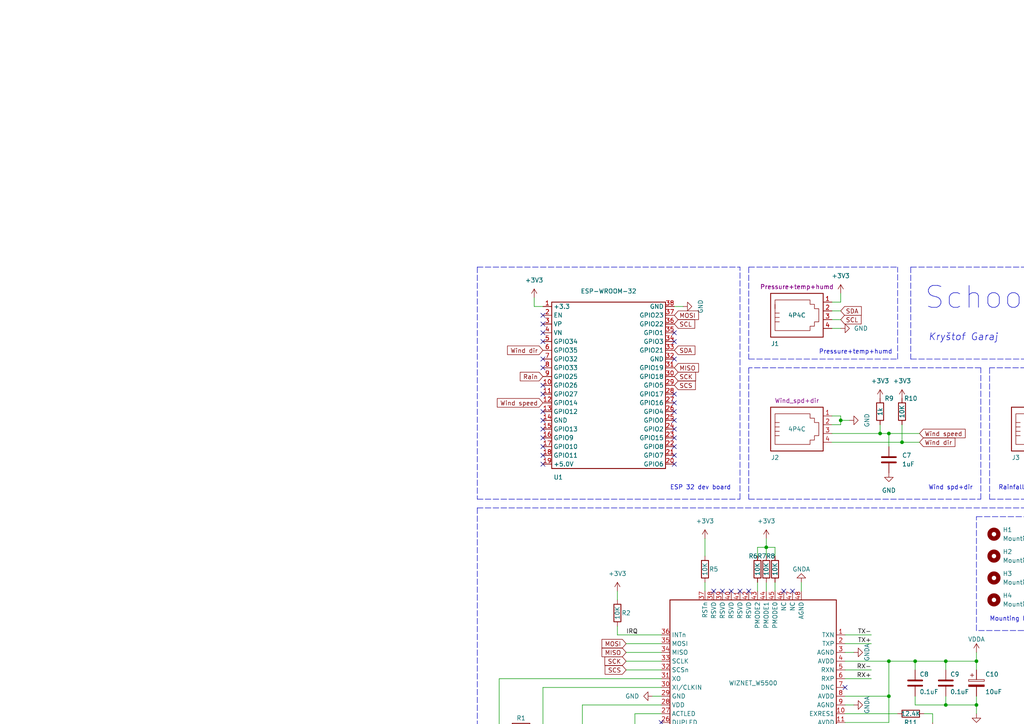
<source format=kicad_sch>
(kicad_sch (version 20211123) (generator eeschema)
  (paper "A4")
  (junction (at 243.84 121.92))
  (junction (at 255.27 125.73))
  (junction (at 144.78 219.71))
  (junction (at 321.31 125.73))
  (junction (at 317.5 234.95))
  (junction (at 157.48 219.71))
  (junction (at 257.81 201.93))
  (junction (at 157.48 247.65))
  (junction (at 261.62 128.27))
  (junction (at 257.81 191.77))
  (junction (at 157.48 210.82))
  (junction (at 349.25 240.03))
  (junction (at 283.21 204.47))
  (junction (at 337.82 171.45))
  (junction (at 317.5 252.73))
  (junction (at 224.79 229.87))
  (junction (at 283.21 191.77))
  (junction (at 274.32 204.47))
  (junction (at 257.81 125.73))
  (junction (at 347.98 191.77))
  (junction (at 367.03 234.95))
  (junction (at 222.25 227.33))
  (junction (at 222.25 158.75))
  (junction (at 144.78 210.82))
  (junction (at 334.01 252.73))
  (junction (at 229.87 229.87))
  (junction (at 328.93 198.12))
  (junction (at 367.03 240.03))
  (junction (at 265.43 191.77))
  (junction (at 168.91 247.65))
  (junction (at 349.25 252.73))
  (junction (at 274.32 191.77))
  (no_connect (at 214.63 171.45))
  (no_connect (at 245.11 199.39))
  (no_connect (at 207.01 171.45))
  (no_connect (at 204.47 224.79))
  (no_connect (at 232.41 224.79))
  (no_connect (at 191.77 209.55))
  (no_connect (at 157.48 124.46))
  (no_connect (at 157.48 127))
  (no_connect (at 157.48 129.54))
  (no_connect (at 157.48 132.08))
  (no_connect (at 157.48 134.62))
  (no_connect (at 157.48 106.68))
  (no_connect (at 157.48 104.14))
  (no_connect (at 157.48 99.06))
  (no_connect (at 157.48 96.52))
  (no_connect (at 195.58 96.52))
  (no_connect (at 195.58 114.3))
  (no_connect (at 195.58 104.14))
  (no_connect (at 195.58 99.06))
  (no_connect (at 195.58 132.08))
  (no_connect (at 195.58 129.54))
  (no_connect (at 195.58 127))
  (no_connect (at 195.58 121.92))
  (no_connect (at 195.58 119.38))
  (no_connect (at 195.58 116.84))
  (no_connect (at 195.58 134.62))
  (no_connect (at 157.48 111.76))
  (no_connect (at 157.48 114.3))
  (no_connect (at 157.48 91.44))
  (no_connect (at 157.48 93.98))
  (no_connect (at 157.48 119.38))
  (no_connect (at 157.48 121.92))
  (no_connect (at 195.58 124.46))
  (no_connect (at 245.11 212.09))
  (no_connect (at 321.31 240.03))
  (no_connect (at 350.52 187.96))
  (no_connect (at 350.52 176.53))
  (no_connect (at 229.87 171.45))
  (no_connect (at 212.09 171.45))
  (no_connect (at 209.55 171.45))
  (no_connect (at 219.71 224.79))
  (no_connect (at 217.17 171.45))
  (no_connect (at 311.15 128.27))
  (no_connect (at 311.15 120.65))
  (no_connect (at 227.33 171.45))
  (wire (pts (xy 241.3 120.65) (xy 243.84 120.65)))
  (wire (pts (xy 257.81 201.93) (xy 245.11 201.93)))
  (wire (pts (xy 184.15 207.01) (xy 191.77 207.01)))
  (wire (pts (xy 274.32 191.77) (xy 274.32 194.31)))
  (wire (pts (xy 147.32 219.71) (xy 144.78 219.71)))
  (wire (pts (xy 241.3 95.25) (xy 243.84 95.25)))
  (wire (pts (xy 334.01 245.11) (xy 334.01 252.73)))
  (wire (pts (xy 337.82 200.66) (xy 350.52 200.66)))
  (wire (pts (xy 283.21 204.47) (xy 283.21 207.01)))
  (wire (pts (xy 328.93 198.12) (xy 328.93 200.66)))
  (wire (pts (xy 367.03 232.41) (xy 367.03 234.95)))
  (wire (pts (xy 328.93 182.88) (xy 328.93 198.12)))
  (wire (pts (xy 222.25 156.21) (xy 222.25 158.75)))
  (wire (pts (xy 241.3 87.63) (xy 243.84 87.63)))
  (wire (pts (xy 283.21 204.47) (xy 274.32 204.47)))
  (wire (pts (xy 144.78 219.71) (xy 144.78 224.79)))
  (wire (pts (xy 184.15 222.25) (xy 184.15 237.49)))
  (polyline (pts (xy 311.15 147.32) (xy 311.15 218.44)))
  (polyline (pts (xy 217.17 77.47) (xy 260.35 77.47)))
  (wire (pts (xy 255.27 125.73) (xy 257.81 125.73)))
  (wire (pts (xy 181.61 194.31) (xy 191.77 194.31)))
  (wire (pts (xy 232.41 168.91) (xy 232.41 171.45)))
  (wire (pts (xy 332.74 195.58) (xy 332.74 198.12)))
  (wire (pts (xy 229.87 224.79) (xy 229.87 229.87)))
  (wire (pts (xy 345.44 191.77) (xy 347.98 191.77)))
  (polyline (pts (xy 311.15 220.98) (xy 311.15 265.43)))
  (wire (pts (xy 346.71 234.95) (xy 367.03 234.95)))
  (wire (pts (xy 157.48 232.41) (xy 157.48 234.95)))
  (wire (pts (xy 287.02 226.06) (xy 287.02 231.14)))
  (wire (pts (xy 154.94 210.82) (xy 157.48 210.82)))
  (wire (pts (xy 227.33 224.79) (xy 227.33 227.33)))
  (polyline (pts (xy 217.17 144.78) (xy 284.48 144.78)))
  (wire (pts (xy 367.03 240.03) (xy 367.03 234.95)))
  (wire (pts (xy 287.02 231.14) (xy 289.56 231.14)))
  (wire (pts (xy 350.52 168.91) (xy 331.47 168.91)))
  (wire (pts (xy 367.03 240.03) (xy 367.03 242.57)))
  (wire (pts (xy 241.3 92.71) (xy 243.84 92.71)))
  (wire (pts (xy 311.15 123.19) (xy 313.69 123.19)))
  (wire (pts (xy 219.71 158.75) (xy 219.71 161.29)))
  (wire (pts (xy 222.25 224.79) (xy 222.25 227.33)))
  (wire (pts (xy 241.3 123.19) (xy 243.84 123.19)))
  (wire (pts (xy 195.58 88.9) (xy 198.12 88.9)))
  (wire (pts (xy 321.31 125.73) (xy 321.31 128.27)))
  (wire (pts (xy 274.32 191.77) (xy 283.21 191.77)))
  (wire (pts (xy 283.21 189.23) (xy 283.21 191.77)))
  (wire (pts (xy 317.5 252.73) (xy 317.5 255.27)))
  (wire (pts (xy 335.28 180.34) (xy 350.52 180.34)))
  (polyline (pts (xy 281.94 217.17) (xy 304.8 217.17)))
  (wire (pts (xy 168.91 257.81) (xy 168.91 260.35)))
  (wire (pts (xy 229.87 229.87) (xy 229.87 232.41)))
  (polyline (pts (xy 214.63 144.78) (xy 214.63 77.47)))
  (wire (pts (xy 168.91 204.47) (xy 191.77 204.47)))
  (wire (pts (xy 325.12 173.99) (xy 325.12 166.37)))
  (wire (pts (xy 349.25 125.73) (xy 346.71 125.73)))
  (wire (pts (xy 217.17 224.79) (xy 217.17 229.87)))
  (polyline (pts (xy 283.21 149.86) (xy 306.07 149.86)))
  (polyline (pts (xy 372.11 104.14) (xy 372.11 77.47)))
  (wire (pts (xy 317.5 250.19) (xy 317.5 252.73)))
  (wire (pts (xy 255.27 123.19) (xy 255.27 125.73)))
  (wire (pts (xy 327.66 180.34) (xy 325.12 180.34)))
  (wire (pts (xy 261.62 128.27) (xy 266.7 128.27)))
  (wire (pts (xy 243.84 121.92) (xy 246.38 121.92)))
  (wire (pts (xy 218.44 232.41) (xy 218.44 237.49)))
  (wire (pts (xy 349.25 252.73) (xy 367.03 252.73)))
  (wire (pts (xy 265.43 194.31) (xy 265.43 191.77)))
  (wire (pts (xy 241.3 128.27) (xy 261.62 128.27)))
  (wire (pts (xy 181.61 189.23) (xy 191.77 189.23)))
  (polyline (pts (xy 339.09 106.68) (xy 373.38 106.68)))
  (wire (pts (xy 337.82 171.45) (xy 337.82 166.37)))
  (wire (pts (xy 265.43 204.47) (xy 265.43 201.93)))
  (polyline (pts (xy 217.17 104.14) (xy 260.35 104.14)))
  (wire (pts (xy 325.12 156.21) (xy 325.12 158.75)))
  (wire (pts (xy 245.11 207.01) (xy 260.35 207.01)))
  (wire (pts (xy 342.9 185.42) (xy 350.52 185.42)))
  (wire (pts (xy 144.78 196.85) (xy 144.78 210.82)))
  (wire (pts (xy 346.71 120.65) (xy 346.71 123.19)))
  (wire (pts (xy 179.07 171.45) (xy 179.07 173.99)))
  (wire (pts (xy 209.55 224.79) (xy 209.55 237.49)))
  (polyline (pts (xy 281.94 257.81) (xy 281.94 217.17)))
  (wire (pts (xy 299.72 231.14) (xy 297.18 231.14)))
  (wire (pts (xy 346.71 125.73) (xy 346.71 128.27)))
  (wire (pts (xy 144.78 210.82) (xy 144.78 219.71)))
  (wire (pts (xy 265.43 191.77) (xy 274.32 191.77)))
  (polyline (pts (xy 264.16 77.47) (xy 264.16 104.14)))
  (wire (pts (xy 347.98 165.1) (xy 350.52 165.1)))
  (wire (pts (xy 224.79 168.91) (xy 224.79 171.45)))
  (wire (pts (xy 224.79 161.29) (xy 224.79 158.75)))
  (polyline (pts (xy 311.15 218.44) (xy 373.38 218.44)))
  (wire (pts (xy 154.94 219.71) (xy 157.48 219.71)))
  (wire (pts (xy 317.5 173.99) (xy 317.5 171.45)))
  (wire (pts (xy 204.47 168.91) (xy 204.47 171.45)))
  (wire (pts (xy 245.11 189.23) (xy 247.65 189.23)))
  (polyline (pts (xy 308.61 265.43) (xy 308.61 147.32)))
  (wire (pts (xy 189.23 212.09) (xy 189.23 214.63)))
  (polyline (pts (xy 373.38 220.98) (xy 373.38 265.43)))
  (wire (pts (xy 283.21 201.93) (xy 283.21 204.47)))
  (polyline (pts (xy 283.21 182.88) (xy 283.21 149.86)))
  (wire (pts (xy 209.55 245.11) (xy 209.55 247.65)))
  (polyline (pts (xy 287.02 106.68) (xy 287.02 144.78)))
  (wire (pts (xy 328.93 198.12) (xy 325.12 198.12)))
  (wire (pts (xy 157.48 257.81) (xy 157.48 260.35)))
  (wire (pts (xy 222.25 168.91) (xy 222.25 171.45)))
  (wire (pts (xy 347.98 198.12) (xy 350.52 198.12)))
  (polyline (pts (xy 306.07 182.88) (xy 283.21 182.88)))
  (wire (pts (xy 157.48 247.65) (xy 157.48 250.19)))
  (polyline (pts (xy 138.43 77.47) (xy 214.63 77.47)))
  (wire (pts (xy 224.79 224.79) (xy 224.79 229.87)))
  (wire (pts (xy 349.25 240.03) (xy 354.33 240.03)))
  (wire (pts (xy 245.11 204.47) (xy 247.65 204.47)))
  (wire (pts (xy 274.32 201.93) (xy 274.32 204.47)))
  (polyline (pts (xy 138.43 265.43) (xy 308.61 265.43)))
  (wire (pts (xy 349.25 252.73) (xy 349.25 250.19)))
  (polyline (pts (xy 260.35 104.14) (xy 260.35 77.47)))
  (wire (pts (xy 227.33 227.33) (xy 222.25 227.33)))
  (wire (pts (xy 212.09 224.79) (xy 212.09 227.33)))
  (polyline (pts (xy 304.8 217.17) (xy 304.8 257.81)))
  (wire (pts (xy 154.94 86.36) (xy 154.94 88.9)))
  (wire (pts (xy 157.48 210.82) (xy 157.48 219.71)))
  (wire (pts (xy 222.25 227.33) (xy 222.25 232.41)))
  (polyline (pts (xy 138.43 77.47) (xy 138.43 144.78)))
  (wire (pts (xy 328.93 208.28) (xy 328.93 210.82)))
  (wire (pts (xy 144.78 210.82) (xy 147.32 210.82)))
  (wire (pts (xy 331.47 168.91) (xy 331.47 166.37)))
  (wire (pts (xy 168.91 204.47) (xy 168.91 247.65)))
  (wire (pts (xy 299.72 241.3) (xy 297.18 241.3)))
  (wire (pts (xy 207.01 224.79) (xy 207.01 227.33)))
  (wire (pts (xy 245.11 209.55) (xy 257.81 209.55)))
  (wire (pts (xy 321.31 125.73) (xy 325.12 125.73)))
  (polyline (pts (xy 284.48 144.78) (xy 284.48 106.68)))
  (wire (pts (xy 222.25 227.33) (xy 212.09 227.33)))
  (wire (pts (xy 243.84 121.92) (xy 243.84 123.19)))
  (wire (pts (xy 270.51 207.01) (xy 270.51 209.55)))
  (polyline (pts (xy 311.15 220.98) (xy 373.38 220.98)))
  (polyline (pts (xy 336.55 106.68) (xy 287.02 106.68)))
  (wire (pts (xy 181.61 186.69) (xy 191.77 186.69)))
  (wire (pts (xy 321.31 123.19) (xy 321.31 125.73)))
  (wire (pts (xy 179.07 181.61) (xy 179.07 184.15)))
  (wire (pts (xy 350.52 173.99) (xy 325.12 173.99)))
  (wire (pts (xy 245.11 186.69) (xy 252.73 186.69)))
  (wire (pts (xy 144.78 232.41) (xy 144.78 234.95)))
  (wire (pts (xy 337.82 156.21) (xy 337.82 158.75)))
  (wire (pts (xy 157.48 210.82) (xy 157.48 199.39)))
  (wire (pts (xy 332.74 185.42) (xy 335.28 185.42)))
  (wire (pts (xy 189.23 201.93) (xy 191.77 201.93)))
  (wire (pts (xy 317.5 234.95) (xy 317.5 242.57)))
  (wire (pts (xy 241.3 90.17) (xy 243.84 90.17)))
  (wire (pts (xy 257.81 209.55) (xy 257.81 201.93)))
  (polyline (pts (xy 284.48 106.68) (xy 217.17 106.68)))
  (wire (pts (xy 243.84 120.65) (xy 243.84 121.92)))
  (polyline (pts (xy 138.43 144.78) (xy 214.63 144.78)))
  (wire (pts (xy 299.72 226.06) (xy 299.72 231.14)))
  (wire (pts (xy 311.15 125.73) (xy 321.31 125.73)))
  (wire (pts (xy 347.98 156.21) (xy 347.98 162.56)))
  (wire (pts (xy 241.3 125.73) (xy 255.27 125.73)))
  (wire (pts (xy 337.82 194.31) (xy 350.52 194.31)))
  (wire (pts (xy 245.11 194.31) (xy 252.73 194.31)))
  (polyline (pts (xy 217.17 77.47) (xy 217.17 104.14)))
  (wire (pts (xy 222.25 158.75) (xy 222.25 161.29)))
  (wire (pts (xy 349.25 240.03) (xy 349.25 242.57)))
  (wire (pts (xy 317.5 171.45) (xy 337.82 171.45)))
  (polyline (pts (xy 373.38 265.43) (xy 311.15 265.43)))
  (wire (pts (xy 214.63 232.41) (xy 218.44 232.41)))
  (wire (pts (xy 204.47 156.21) (xy 204.47 161.29)))
  (wire (pts (xy 299.72 246.38) (xy 299.72 241.3)))
  (wire (pts (xy 267.97 207.01) (xy 270.51 207.01)))
  (wire (pts (xy 224.79 229.87) (xy 229.87 229.87)))
  (polyline (pts (xy 339.09 144.78) (xy 373.38 144.78)))
  (wire (pts (xy 349.25 123.19) (xy 346.71 123.19)))
  (wire (pts (xy 157.48 245.11) (xy 157.48 247.65)))
  (wire (pts (xy 245.11 196.85) (xy 252.73 196.85)))
  (wire (pts (xy 245.11 191.77) (xy 257.81 191.77)))
  (wire (pts (xy 332.74 198.12) (xy 328.93 198.12)))
  (wire (pts (xy 274.32 204.47) (xy 265.43 204.47)))
  (wire (pts (xy 325.12 198.12) (xy 325.12 195.58)))
  (wire (pts (xy 179.07 184.15) (xy 191.77 184.15)))
  (polyline (pts (xy 304.8 257.81) (xy 281.94 257.81)))
  (wire (pts (xy 168.91 250.19) (xy 168.91 247.65)))
  (wire (pts (xy 181.61 191.77) (xy 191.77 191.77)))
  (wire (pts (xy 257.81 191.77) (xy 265.43 191.77)))
  (wire (pts (xy 189.23 222.25) (xy 189.23 237.49)))
  (wire (pts (xy 222.25 158.75) (xy 224.79 158.75)))
  (polyline (pts (xy 336.55 144.78) (xy 336.55 106.68)))
  (wire (pts (xy 347.98 162.56) (xy 350.52 162.56)))
  (wire (pts (xy 317.5 181.61) (xy 317.5 184.15)))
  (polyline (pts (xy 264.16 77.47) (xy 372.11 77.47)))
  (wire (pts (xy 283.21 191.77) (xy 283.21 194.31)))
  (wire (pts (xy 367.03 250.19) (xy 367.03 252.73)))
  (wire (pts (xy 154.94 88.9) (xy 157.48 88.9)))
  (wire (pts (xy 144.78 196.85) (xy 191.77 196.85)))
  (wire (pts (xy 217.17 229.87) (xy 224.79 229.87)))
  (wire (pts (xy 289.56 241.3) (xy 287.02 241.3)))
  (wire (pts (xy 317.5 252.73) (xy 334.01 252.73)))
  (polyline (pts (xy 339.09 106.68) (xy 339.09 144.78)))
  (polyline (pts (xy 373.38 218.44) (xy 373.38 147.32)))
  (wire (pts (xy 218.44 245.11) (xy 218.44 247.65)))
  (wire (pts (xy 347.98 191.77) (xy 347.98 198.12)))
  (wire (pts (xy 157.48 247.65) (xy 168.91 247.65)))
  (polyline (pts (xy 264.16 104.14) (xy 372.11 104.14)))
  (wire (pts (xy 331.47 156.21) (xy 331.47 158.75)))
  (wire (pts (xy 243.84 85.09) (xy 243.84 87.63)))
  (wire (pts (xy 346.71 240.03) (xy 349.25 240.03)))
  (polyline (pts (xy 217.17 106.68) (xy 217.17 144.78)))
  (wire (pts (xy 317.5 232.41) (xy 317.5 234.95)))
  (wire (pts (xy 257.81 125.73) (xy 257.81 129.54)))
  (wire (pts (xy 361.95 240.03) (xy 367.03 240.03)))
  (wire (pts (xy 184.15 207.01) (xy 184.15 214.63)))
  (wire (pts (xy 325.12 180.34) (xy 325.12 187.96)))
  (wire (pts (xy 321.31 234.95) (xy 317.5 234.95)))
  (wire (pts (xy 214.63 224.79) (xy 214.63 232.41)))
  (wire (pts (xy 189.23 212.09) (xy 191.77 212.09)))
  (wire (pts (xy 334.01 252.73) (xy 349.25 252.73)))
  (wire (pts (xy 261.62 123.19) (xy 261.62 128.27)))
  (polyline (pts (xy 306.07 149.86) (xy 306.07 182.88)))
  (wire (pts (xy 219.71 168.91) (xy 219.71 171.45)))
  (wire (pts (xy 245.11 184.15) (xy 252.73 184.15)))
  (wire (pts (xy 157.48 199.39) (xy 191.77 199.39)))
  (wire (pts (xy 287.02 241.3) (xy 287.02 246.38)))
  (wire (pts (xy 350.52 191.77) (xy 347.98 191.77)))
  (polyline (pts (xy 287.02 144.78) (xy 336.55 144.78)))
  (wire (pts (xy 332.74 185.42) (xy 332.74 187.96)))
  (polyline (pts (xy 138.43 147.32) (xy 308.61 147.32)))
  (polyline (pts (xy 311.15 147.32) (xy 373.38 147.32)))
  (polyline (pts (xy 373.38 144.78) (xy 373.38 106.68)))
  (wire (pts (xy 257.81 125.73) (xy 266.7 125.73)))
  (wire (pts (xy 350.52 182.88) (xy 328.93 182.88)))
  (wire (pts (xy 257.81 191.77) (xy 257.81 201.93)))
  (wire (pts (xy 219.71 158.75) (xy 222.25 158.75)))
  (polyline (pts (xy 138.43 147.32) (xy 138.43 265.43)))
  (wire (pts (xy 157.48 219.71) (xy 157.48 224.79)))
  (wire (pts (xy 350.52 171.45) (xy 337.82 171.45)))
  (text "8P8C ethernet connector \\w PoE" (at 339.09 215.9 0) (effects (font (size 1.27 1.27)) (justify left bottom)))
  (text "Kryštof Garaj" (at 269.24 99.06 0) (effects (font (size 2.032 2.032) italic) (justify left bottom)))
  (text "Wind spd+dir" (at 269.24 142.24 0) (effects (font (size 1.27 1.27)) (justify left bottom)))
  (text "Pressure+temp+humd" (at 237.49 102.87 0) (effects (font (size 1.27 1.27)) (justify left bottom)))
  (text "Power supply" (at 356.87 142.24 0) (effects (font (size 1.27 1.27)) (justify left bottom)))
  (text "Ferrite bead filter" (at 284.48 255.27 0) (effects (font (size 1.27 1.27)) (justify left bottom)))
  (text "Mounting holes" (at 287.02 180.34 0) (effects (font (size 1.27 1.27)) (justify left bottom)))
  (text "Ethernet controller W5500" (at 280.67 262.89 0) (effects (font (size 1.27 1.27)) (justify left bottom)))
  (text "Rainfall" (at 289.56 142.24 0) (effects (font (size 1.27 1.27)) (justify left bottom)))
  (text "Switching voltage regulator" (at 344.17 262.89 0) (effects (font (size 1.27 1.27)) (justify left bottom)))
  (text "School meteostation" (at 267.97 90.17 0) (effects (font (size 6.35 6.35)) (justify left bottom)))
  (text "ESP 32 dev board" (at 194.31 142.24 0) (effects (font (size 1.27 1.27)) (justify left bottom)))
  (text "20.7.2022" (at 349.25 99.06 0) (effects (font (size 2.032 2.032) italic) (justify left bottom)))
  (label "GREENLED" (at 337.82 194.31 0))
  (label "TX-" (at 340.36 173.99 0))
  (label "TX+" (at 340.36 168.91 0))
  (label "TX-" (at 252.73 184.15 180))
  (label "RX-" (at 332.74 185.42 0))
  (label "RX+" (at 325.12 180.34 0))
  (label "IRQ" (at 181.61 184.15 0))
  (label "RX+" (at 252.73 196.85 180))
  (label "YELLOWLED" (at 184.15 237.49 90))
  (label "GREENLED" (at 189.23 237.49 90))
  (label "TX+" (at 252.73 186.69 180))
  (label "YELLOWLED" (at 337.82 200.66 0))
  (label "RX-" (at 252.73 194.31 180))
  (global_label "MOSI" (shape input) (at 181.61 186.69 180) (property "Intersheet References" "${INTERSHEET_REFS}" (effects hide)))
  (global_label "MOSI" (shape input) (at 195.58 91.44 0) (property "Intersheet References" "${INTERSHEET_REFS}" (effects hide)))
  (global_label "SDA" (shape input) (at 243.84 90.17 0) (property "Intersheet References" "${INTERSHEET_REFS}" (effects hide)))
  (global_label "Rain" (shape input) (at 325.12 125.73 0) (property "Intersheet References" "${INTERSHEET_REFS}" (effects hide)))
  (global_label "SCK" (shape input) (at 195.58 109.22 0) (property "Intersheet References" "${INTERSHEET_REFS}" (effects hide)))
  (global_label "Wind dir" (shape input) (at 266.7 128.27 0) (property "Intersheet References" "${INTERSHEET_REFS}" (effects hide)))
  (global_label "SDA" (shape input) (at 195.58 101.6 0) (property "Intersheet References" "${INTERSHEET_REFS}" (effects hide)))
  (global_label "Wind dir" (shape input) (at 157.48 101.6 180) (property "Intersheet References" "${INTERSHEET_REFS}" (effects hide)))
  (global_label "SCK" (shape input) (at 181.61 191.77 180) (property "Intersheet References" "${INTERSHEET_REFS}" (effects hide)))
  (global_label "Wind speed" (shape input) (at 157.48 116.84 180) (property "Intersheet References" "${INTERSHEET_REFS}" (effects hide)))
  (global_label "SCL" (shape input) (at 195.58 93.98 0) (property "Intersheet References" "${INTERSHEET_REFS}" (effects hide)))
  (global_label "MISO" (shape input) (at 195.58 106.68 0) (property "Intersheet References" "${INTERSHEET_REFS}" (effects hide)))
  (global_label "SCL" (shape input) (at 243.84 92.71 0) (property "Intersheet References" "${INTERSHEET_REFS}" (effects hide)))
  (global_label "Rain" (shape input) (at 157.48 109.22 180) (property "Intersheet References" "${INTERSHEET_REFS}" (effects hide)))
  (global_label "SCS" (shape input) (at 181.61 194.31 180) (property "Intersheet References" "${INTERSHEET_REFS}" (effects hide)))
  (global_label "Wind speed" (shape input) (at 266.7 125.73 0) (property "Intersheet References" "${INTERSHEET_REFS}" (effects hide)))
  (global_label "SCS" (shape input) (at 195.58 111.76 0) (property "Intersheet References" "${INTERSHEET_REFS}" (effects hide)))
  (global_label "MISO" (shape input) (at 181.61 189.23 180) (property "Intersheet References" "${INTERSHEET_REFS}" (effects hide)))
  (symbol (lib_id "Device:FerriteBead") (at 293.37 231.14 90) (unit 1)
    (property "Reference" "FB1" (at 293.37 227.33 90))
    (property "Value" "FerriteBead" (at 293.37 234.95 90))
    (property "Footprint" "School_meteo:Ferrite_bead_0805" (effects hide))
    (property "Name" "BLM21PG121SH1D" (effects hide))
  )
  (symbol (lib_id "Device:R") (at 321.31 119.38 0) (unit 1)
    (property "Reference" "R12" (at 322.58 115.57 0) (effects (justify left)))
    (property "Value" "1k" (at 321.31 120.65 90) (effects (justify left)))
    (property "Footprint" "Resistor_THT:R_Axial_DIN0204_L3.6mm_D1.6mm_P5.08mm_Horizontal" (effects hide))
    (property "Name" "CFS1/4CT52R102J" (effects hide))
  )
  (symbol (lib_id "Device:C") (at 157.48 228.6 0) (unit 1)
    (property "Reference" "C2" (at 161.29 227.3299 0) (effects (justify left)))
    (property "Value" "18pF" (at 161.29 229.8699 0) (effects (justify left)))
    (property "Footprint" "Capacitor_THT:C_Rect_L4.6mm_W3.0mm_P2.50mm_MKS02_FKP02" (effects hide))
    (property "Name" "K180J15C0GF53L2" (effects hide))
  )
  (symbol (lib_id "power:GND") (at 207.01 227.33 0) (unit 1)
    (property "Reference" "#PWR011" (effects hide))
    (property "Value" "GND" (at 201.93 229.87 0) (effects (justify left)))
  )
  (symbol (lib_id "Mechanical:MountingHole") (at 288.29 154.94 0) (unit 1)
    (property "Reference" "H1" (at 290.83 153.6699 0) (effects (justify left)))
    (property "Value" "MountingHole" (at 290.83 156.2099 0) (effects (justify left)))
    (property "Footprint" "MountingHole:MountingHole_3.2mm_M3_DIN965_Pad" (effects hide))
  )
  (symbol (lib_id "power:GND") (at 257.81 137.16 0) (unit 1)
    (property "Reference" "#PWR024" (effects hide))
    (property "Value" "GND" (at 257.81 142.24 0))
  )
  (symbol (lib_id "Interface_Ethernet:WIZNET_W5500") (at 218.44 198.12 0) (unit 1)
    (property "Reference" "U2" (at 196.85 224.79 0))
    (property "Value" "WIZNET_W5500" (at 218.44 198.12 0))
    (property "Footprint" "Package_QFP:LQFP-48_7x7mm_P0.5mm" (effects hide))
    (property "Datasheet" "https://cz.mouser.com/datasheet/2/443/Wiznet_W5500_DS_1%200%205-1212109.pdf" (effects hide))
  )
  (symbol (lib_id "Mechanical:MountingHole") (at 288.29 173.99 0) (unit 1)
    (property "Reference" "H4" (at 290.83 172.7199 0) (effects (justify left)))
    (property "Value" "MountingHole" (at 290.83 175.2599 0) (effects (justify left)))
    (property "Footprint" "MountingHole:MountingHole_3.2mm_M3_DIN965_Pad" (effects hide))
  )
  (symbol (lib_id "Device:C") (at 339.09 185.42 90) (unit 1)
    (property "Reference" "C16" (at 342.9 184.15 90))
    (property "Value" "6.8nF" (at 344.17 186.69 90))
    (property "Footprint" "Capacitor_THT:C_Rect_L4.6mm_W3.0mm_P2.50mm_MKS02_FKP02" (effects hide))
    (property "Name" "FG18X7R1H682KNT00" (effects hide))
  )
  (symbol (lib_id "Device:R") (at 189.23 218.44 180) (unit 1)
    (property "Reference" "R4" (at 186.69 218.44 0))
    (property "Value" "470" (at 189.23 218.44 90))
    (property "Footprint" "Resistor_THT:R_Axial_DIN0204_L3.6mm_D1.6mm_P5.08mm_Horizontal" (effects hide))
    (property "Name" "CFS1/4CT52R471J" (effects hide))
  )
  (symbol (lib_id "power:GND") (at 168.91 260.35 0) (unit 1)
    (property "Reference" "#PWR06" (effects hide))
    (property "Value" "GND" (at 171.45 261.6199 0) (effects (justify left)))
  )
  (symbol (lib_id "Device:C") (at 321.31 132.08 0) (unit 1)
    (property "Reference" "C11" (at 325.12 130.8099 0) (effects (justify left)))
    (property "Value" "1uF" (at 325.12 133.3499 0) (effects (justify left)))
    (property "Footprint" "Capacitor_THT:C_Rect_L4.6mm_W3.8mm_P2.50mm_MKS02_FKP02" (effects hide))
    (property "Name" "FG18X7R1E105KRT00" (effects hide))
  )
  (symbol (lib_id "power:+3.3V") (at 345.44 191.77 0) (unit 1)
    (property "Reference" "#PWR044" (effects hide))
    (property "Value" "+3.3V" (at 341.63 190.5 0))
  )
  (symbol (lib_id "Device:L") (at 358.14 240.03 90) (unit 1)
    (property "Reference" "L1" (at 358.14 237.49 90))
    (property "Value" "47uH" (at 358.14 242.57 90))
    (property "Footprint" "Inductor_SMD:L_12x12mm_H8mm" (effects hide))
    (property "Name" "7447709470" (effects hide))
  )
  (symbol (lib_name "4P4C_1") (lib_id "School_meteo:4P4C") (at 300.99 124.46 0) (unit 1)
    (property "Reference" "J3" (at 294.64 132.715 0))
    (property "Value" "4P4C" (at 300.99 124.46 0))
    (property "Footprint" "School_meteo:4P4C" (effects hide))
    (property "Name" "Rainfall" (at 300.99 116.205 0))
  )
  (symbol (lib_id "Device:R") (at 222.25 165.1 180) (unit 1)
    (property "Reference" "R7" (at 220.98 161.29 0))
    (property "Value" "10K" (at 222.25 165.1 90))
    (property "Footprint" "Resistor_THT:R_Axial_DIN0204_L3.6mm_D1.6mm_P5.08mm_Horizontal" (effects hide))
    (property "Name" "CFS1/4CT52R103J" (effects hide))
  )
  (symbol (lib_id "power:GNDA") (at 229.87 232.41 0) (unit 1)
    (property "Reference" "#PWR016" (effects hide))
    (property "Value" "GNDA" (at 229.87 236.22 0))
  )
  (symbol (lib_id "Device:FerriteBead") (at 293.37 241.3 90) (unit 1)
    (property "Reference" "FB2" (at 293.37 237.49 90))
    (property "Value" "FerriteBead" (at 293.37 245.11 90))
    (property "Footprint" "School_meteo:Ferrite_bead_0805" (effects hide))
    (property "Name" "BLM21PG121SH1D" (effects hide))
  )
  (symbol (lib_id "Device:C_Polarized") (at 283.21 198.12 0) (unit 1)
    (property "Reference" "C10" (at 285.75 195.58 0) (effects (justify left)))
    (property "Value" "10uF" (at 285.75 200.66 0) (effects (justify left)))
    (property "Footprint" "Capacitor_THT:CP_Radial_D5.0mm_P2.00mm" (effects hide))
    (property "Name" "ESS106M025AB2AA" (effects hide))
  )
  (symbol (lib_id "power:GND") (at 313.69 123.19 90) (unit 1)
    (property "Reference" "#PWR032" (effects hide))
    (property "Value" "GND" (at 317.5 123.19 0))
  )
  (symbol (lib_id "Regulator_Switching:LM2592HVSX-3.3") (at 334.01 237.49 0) (unit 1)
    (property "Reference" "U3" (at 334.01 227.33 0))
    (property "Value" "LM2592HVSX-3.3" (at 334.01 229.87 0))
    (property "Footprint" "Package_TO_SOT_SMD:TO-263-5_TabPin3" (effects hide))
    (property "Datasheet" "https://www.ti.com/general/docs/suppproductinfo.tsp?distId=26&gotoUrl=https://www.ti.com/lit/gpn/lm2592hv" (effects hide))
  )
  (symbol (lib_id "power:+3.3V") (at 261.62 115.57 0) (unit 1)
    (property "Reference" "#PWR025" (effects hide))
    (property "Value" "+3.3V" (at 261.62 110.49 0))
  )
  (symbol (lib_id "power:GND") (at 189.23 201.93 270) (unit 1)
    (property "Reference" "#PWR08" (effects hide))
    (property "Value" "GND" (at 185.42 201.9299 90) (effects (justify right)))
  )
  (symbol (lib_id "Mechanical:MountingHole") (at 288.29 161.29 0) (unit 1)
    (property "Reference" "H2" (at 290.83 160.0199 0) (effects (justify left)))
    (property "Value" "MountingHole" (at 290.83 162.5599 0) (effects (justify left)))
    (property "Footprint" "MountingHole:MountingHole_3.2mm_M3_DIN965_Pad" (effects hide))
  )
  (symbol (lib_id "power:+3.3V") (at 204.47 156.21 0) (unit 1)
    (property "Reference" "#PWR010" (effects hide))
    (property "Value" "+3.3V" (at 204.47 151.13 0))
  )
  (symbol (lib_id "Device:C") (at 331.47 180.34 90) (unit 1)
    (property "Reference" "C15" (at 335.28 179.07 90))
    (property "Value" "6.8nF" (at 331.47 176.53 90))
    (property "Footprint" "Capacitor_THT:C_Rect_L4.6mm_W3.0mm_P2.50mm_MKS02_FKP02" (effects hide))
    (property "Name" "FG18X7R1H682KNT00" (effects hide))
  )
  (symbol (lib_id "power:VPP") (at 346.71 120.65 0) (unit 1)
    (property "Reference" "#PWR042" (effects hide))
    (property "Value" "VPP" (at 346.71 115.57 0))
  )
  (symbol (lib_id "power:GNDA") (at 317.5 184.15 0) (unit 1)
    (property "Reference" "#PWR035" (effects hide))
    (property "Value" "GNDA" (at 317.5 187.96 0))
  )
  (symbol (lib_id "School_meteo:MBRD20150CT") (at 349.25 246.38 270) (unit 1)
    (property "Reference" "D1" (at 344.17 246.38 90) (effects (justify left)))
    (property "Value" "MBRD20150CT" (at 335.28 250.19 90) (effects (justify left)))
    (property "Footprint" "Package_TO_SOT_SMD:TO-252-3_TabPin4" (effects hide))
    (property "Name" "MBRD20150CT-13" (effects hide))
  )
  (symbol (lib_id "power:+3.3V") (at 367.03 232.41 0) (unit 1)
    (property "Reference" "#PWR047" (effects hide))
    (property "Value" "+3.3V" (at 367.03 227.33 0))
  )
  (symbol (lib_id "power:GND") (at 198.12 88.9 90) (mirror x) (unit 1)
    (property "Reference" "#PWR09" (effects hide))
    (property "Value" "GND" (at 203.2 88.9 0))
  )
  (symbol (lib_id "power:+3.3V") (at 222.25 156.21 0) (unit 1)
    (property "Reference" "#PWR014" (effects hide))
    (property "Value" "+3.3V" (at 222.25 151.13 0))
  )
  (symbol (lib_id "power:VDDA") (at 331.47 156.21 0) (unit 1)
    (property "Reference" "#PWR040" (effects hide))
    (property "Value" "VDDA" (at 331.47 152.4 0))
  )
  (symbol (lib_id "power:GND") (at 346.71 128.27 0) (unit 1)
    (property "Reference" "#PWR043" (effects hide))
    (property "Value" "GND" (at 346.71 133.35 0))
  )
  (symbol (lib_id "Device:R") (at 204.47 165.1 180) (unit 1)
    (property "Reference" "R5" (at 207.01 165.1 0))
    (property "Value" "10K" (at 204.47 165.1 90))
    (property "Footprint" "Resistor_THT:R_Axial_DIN0204_L3.6mm_D1.6mm_P5.08mm_Horizontal" (effects hide))
    (property "Name" "CFS1/4CT52R103J" (effects hide))
  )
  (symbol (lib_id "power:VDDA") (at 325.12 156.21 0) (unit 1)
    (property "Reference" "#PWR038" (effects hide))
    (property "Value" "VDDA" (at 325.12 152.4 0))
  )
  (symbol (lib_id "power:VDDA") (at 283.21 189.23 0) (unit 1)
    (property "Reference" "#PWR0102" (effects hide))
    (property "Value" "VDDA" (at 283.21 185.42 0))
  )
  (symbol (lib_id "power:GNDA") (at 218.44 247.65 0) (unit 1)
    (property "Reference" "#PWR013" (effects hide))
    (property "Value" "GNDA" (at 218.44 251.46 0))
  )
  (symbol (lib_id "power:GND") (at 246.38 121.92 90) (unit 1)
    (property "Reference" "#PWR020" (effects hide))
    (property "Value" "GND" (at 251.46 121.92 0))
  )
  (symbol (lib_id "Device:C") (at 209.55 241.3 0) (unit 1)
    (property "Reference" "C5" (at 210.82 238.76 0) (effects (justify left)))
    (property "Value" "0.1uF" (at 210.82 243.84 0) (effects (justify left)))
    (property "Footprint" "Capacitor_THT:C_Rect_L4.6mm_W3.0mm_P2.50mm_MKS02_FKP02" (effects hide))
    (property "Name" "K104M15X7RF53H5" (effects hide))
  )
  (symbol (lib_id "power:+3.3V") (at 287.02 226.06 0) (unit 1)
    (property "Reference" "#PWR028" (effects hide))
    (property "Value" "+3.3V" (at 287.02 220.98 0))
  )
  (symbol (lib_id "Device:R") (at 179.07 177.8 180) (unit 1)
    (property "Reference" "R2" (at 181.61 177.8 0))
    (property "Value" "10K" (at 179.07 177.8 90))
    (property "Footprint" "Resistor_THT:R_Axial_DIN0204_L3.6mm_D1.6mm_P5.08mm_Horizontal" (effects hide))
    (property "Name" "CFS1/4CT52R103J" (effects hide))
  )
  (symbol (lib_id "power:GNDA") (at 270.51 209.55 0) (unit 1)
    (property "Reference" "#PWR026" (effects hide))
    (property "Value" "GNDA" (at 270.51 213.36 0))
  )
  (symbol (lib_id "power:VPP") (at 317.5 232.41 0) (unit 1)
    (property "Reference" "#PWR036" (effects hide))
    (property "Value" "VPP" (at 317.5 228.6 0))
  )
  (symbol (lib_id "Device:C_Polarized") (at 317.5 246.38 0) (unit 1)
    (property "Reference" "C13" (at 321.31 244.2209 0) (effects (justify left)))
    (property "Value" "22uF" (at 321.31 246.7609 0) (effects (justify left)))
    (property "Footprint" "Capacitor_THT:CP_Radial_D6.3mm_P2.50mm" (effects hide))
    (property "Name" "32SEPF22M+TSS" (effects hide))
  )
  (symbol (lib_id "Device:R") (at 332.74 191.77 0) (unit 1)
    (property "Reference" "R16" (at 335.28 187.96 0))
    (property "Value" "49.9" (at 332.74 191.77 90))
    (property "Footprint" "Resistor_THT:R_Axial_DIN0207_L6.3mm_D2.5mm_P7.62mm_Horizontal" (effects hide))
    (property "Name" "MF1/4DCT52R49R9F" (effects hide))
  )
  (symbol (lib_id "power:GND") (at 144.78 234.95 0) (unit 1)
    (property "Reference" "#PWR01" (effects hide))
    (property "Value" "GND" (at 147.32 236.2199 0) (effects (justify left)))
  )
  (symbol (lib_id "power:GND") (at 317.5 255.27 0) (unit 1)
    (property "Reference" "#PWR037" (effects hide))
    (property "Value" "GND" (at 314.96 259.08 0) (effects (justify left)))
  )
  (symbol (lib_id "power:GND") (at 243.84 95.25 90) (unit 1)
    (property "Reference" "#PWR019" (effects hide))
    (property "Value" "GND" (at 247.65 95.2499 90) (effects (justify right)))
  )
  (symbol (lib_id "power:+3.3V") (at 154.94 86.36 0) (unit 1)
    (property "Reference" "#PWR0101" (effects hide))
    (property "Value" "+3.3V" (at 154.94 81.28 0))
  )
  (symbol (lib_id "power:+3.3V") (at 321.31 115.57 0) (unit 1)
    (property "Reference" "#PWR033" (effects hide))
    (property "Value" "+3.3V" (at 321.31 110.49 0))
  )
  (symbol (lib_id "Device:C") (at 265.43 198.12 0) (unit 1)
    (property "Reference" "C8" (at 266.7 195.58 0) (effects (justify left)))
    (property "Value" "0.1uF" (at 266.7 200.66 0) (effects (justify left)))
    (property "Footprint" "Capacitor_THT:C_Rect_L4.6mm_W3.0mm_P2.50mm_MKS02_FKP02" (effects hide))
    (property "Name" "K104M15X7RF53H5" (effects hide))
  )
  (symbol (lib_id "power:VDDA") (at 337.82 156.21 0) (unit 1)
    (property "Reference" "#PWR041" (effects hide))
    (property "Value" "VDDA" (at 337.82 152.4 0))
  )
  (symbol (lib_id "Device:C") (at 367.03 246.38 180) (unit 1)
    (property "Reference" "C17" (at 364.49 243.84 0))
    (property "Value" "22uF" (at 364.49 248.92 0))
    (property "Footprint" "Capacitor_THT:C_Rect_L4.6mm_W3.0mm_P2.50mm_MKS02_FKP02" (effects hide))
    (property "Name" "FG14X5R1E226MRT00" (effects hide))
  )
  (symbol (lib_id "Device:R") (at 261.62 119.38 180) (unit 1)
    (property "Reference" "R10" (at 264.16 115.57 0))
    (property "Value" "10K" (at 261.62 119.38 90))
    (property "Footprint" "Resistor_THT:R_Axial_DIN0204_L3.6mm_D1.6mm_P5.08mm_Horizontal" (effects hide))
    (property "Name" "CFS1/4CT52R103J" (effects hide))
  )
  (symbol (lib_id "power:GNDA") (at 247.65 189.23 90) (unit 1)
    (property "Reference" "#PWR021" (effects hide))
    (property "Value" "GNDA" (at 251.46 189.23 0))
  )
  (symbol (lib_id "power:GND") (at 287.02 246.38 0) (unit 1)
    (property "Reference" "#PWR029" (effects hide))
    (property "Value" "GND" (at 284.48 250.19 0) (effects (justify left)))
  )
  (symbol (lib_id "power:GND") (at 157.48 260.35 0) (unit 1)
    (property "Reference" "#PWR05" (effects hide))
    (property "Value" "GND" (at 160.02 261.6199 0) (effects (justify left)))
  )
  (symbol (lib_id "power:GNDA") (at 209.55 247.65 0) (unit 1)
    (property "Reference" "#PWR012" (effects hide))
    (property "Value" "GNDA" (at 209.55 251.46 0))
  )
  (symbol (lib_id "Connector:Screw_Terminal_01x02") (at 354.33 123.19 0) (unit 1)
    (property "Reference" "J4" (at 356.87 123.1899 0) (effects (justify left)))
    (property "Value" "Terminal_block" (at 349.25 128.27 0) (effects (justify left)))
    (property "Footprint" "School_meteo:Phoenix_LPT_2,5_2-5,0" (effects hide))
    (property "Name" "LPT 2,5/ 2-5,0" (at 360.68 119.38 0))
  )
  (symbol (lib_id "Device:R") (at 325.12 191.77 0) (unit 1)
    (property "Reference" "R14" (at 327.66 187.96 0))
    (property "Value" "49.9" (at 325.12 191.77 90))
    (property "Footprint" "Resistor_THT:R_Axial_DIN0207_L6.3mm_D2.5mm_P7.62mm_Horizontal" (effects hide))
    (property "Name" "MF1/4DCT52R49R9F" (effects hide))
  )
  (symbol (lib_id "Device:R") (at 337.82 162.56 0) (unit 1)
    (property "Reference" "R17" (at 340.36 158.75 0))
    (property "Value" "10" (at 337.82 162.56 90))
    (property "Footprint" "Resistor_THT:R_Axial_DIN0207_L6.3mm_D2.5mm_P7.62mm_Horizontal" (effects hide))
    (property "Name" "MF1/4DCT52R10R0F" (effects hide))
  )
  (symbol (lib_id "Device:C") (at 274.32 198.12 0) (unit 1)
    (property "Reference" "C9" (at 275.59 195.58 0) (effects (justify left)))
    (property "Value" "0.1uF" (at 275.59 200.66 0) (effects (justify left)))
    (property "Footprint" "Capacitor_THT:C_Rect_L4.6mm_W3.0mm_P2.50mm_MKS02_FKP02" (effects hide))
    (property "Name" "K104M15X7RF53H5" (effects hide))
  )
  (symbol (lib_id "Device:R") (at 325.12 162.56 0) (unit 1)
    (property "Reference" "R13" (at 327.66 158.75 0))
    (property "Value" "49.9" (at 325.12 162.56 90))
    (property "Footprint" "Resistor_THT:R_Axial_DIN0207_L6.3mm_D2.5mm_P7.62mm_Horizontal" (effects hide))
    (property "Name" "MF1/4DCT52R49R9F" (effects hide))
  )
  (symbol (lib_id "power:+3.3V") (at 243.84 85.09 0) (unit 1)
    (property "Reference" "#PWR018" (effects hide))
    (property "Value" "+3.3V" (at 243.84 80.01 0))
  )
  (symbol (lib_id "Device:R") (at 331.47 162.56 0) (unit 1)
    (property "Reference" "R15" (at 334.01 158.75 0))
    (property "Value" "49.9" (at 331.47 162.56 90))
    (property "Footprint" "Resistor_THT:R_Axial_DIN0207_L6.3mm_D2.5mm_P7.62mm_Horizontal" (effects hide))
    (property "Name" "MF1/4DCT52R49R9F" (effects hide))
  )
  (symbol (lib_id "power:GNDA") (at 232.41 168.91 180) (unit 1)
    (property "Reference" "#PWR017" (effects hide))
    (property "Value" "GNDA" (at 232.41 165.1 0))
  )
  (symbol (lib_id "Device:R") (at 184.15 218.44 180) (unit 1)
    (property "Reference" "R3" (at 181.61 218.44 0))
    (property "Value" "470" (at 184.15 218.44 90))
    (property "Footprint" "Resistor_THT:R_Axial_DIN0204_L3.6mm_D1.6mm_P5.08mm_Horizontal" (effects hide))
    (property "Name" "CFS1/4CT52R471J" (effects hide))
  )
  (symbol (lib_id "power:+3.3V") (at 157.48 245.11 0) (unit 1)
    (property "Reference" "#PWR04" (effects hide))
    (property "Value" "+3.3V" (at 157.48 240.03 0))
  )
  (symbol (lib_id "Device:R") (at 219.71 165.1 180) (unit 1)
    (property "Reference" "R6" (at 218.44 161.29 0))
    (property "Value" "10K" (at 219.71 165.1 90))
    (property "Footprint" "Resistor_THT:R_Axial_DIN0204_L3.6mm_D1.6mm_P5.08mm_Horizontal" (effects hide))
    (property "Name" "CFS1/4CT52R103J" (effects hide))
  )
  (symbol (lib_id "School_meteo:ESP-WROOM-32") (at 177.165 111.125 0) (unit 1)
    (property "Reference" "U1" (at 161.925 138.43 0))
    (property "Value" "ESP-WROOM-32" (at 176.53 84.455 0))
    (property "Footprint" "School_meteo:ESP-WROOM-32" (effects hide))
  )
  (symbol (lib_id "Device:C") (at 328.93 204.47 0) (unit 1)
    (property "Reference" "C14" (at 332.74 203.1999 0) (effects (justify left)))
    (property "Value" "10nF" (at 332.74 205.7399 0) (effects (justify left)))
    (property "Footprint" "Capacitor_THT:C_Rect_L4.6mm_W3.0mm_P2.50mm_MKS02_FKP02" (effects hide))
    (property "Name" "K103Z15Y5VF5TL2" (effects hide))
  )
  (symbol (lib_id "power:GNDA") (at 247.65 204.47 90) (unit 1)
    (property "Reference" "#PWR022" (effects hide))
    (property "Value" "GNDA" (at 251.46 204.47 0))
  )
  (symbol (lib_id "Device:C") (at 317.5 177.8 0) (unit 1)
    (property "Reference" "C12" (at 318.77 175.26 0) (effects (justify left)))
    (property "Value" "10nF" (at 318.77 180.34 0) (effects (justify left)))
    (property "Footprint" "Capacitor_THT:C_Rect_L4.6mm_W3.0mm_P2.50mm_MKS02_FKP02" (effects hide))
    (property "Name" "K103Z15Y5VF5TL2" (effects hide))
  )
  (symbol (lib_id "Device:C") (at 257.81 133.35 0) (unit 1)
    (property "Reference" "C7" (at 261.62 132.0799 0) (effects (justify left)))
    (property "Value" "1uF" (at 261.62 134.6199 0) (effects (justify left)))
    (property "Footprint" "Capacitor_THT:C_Rect_L4.6mm_W3.8mm_P2.50mm_MKS02_FKP02" (effects hide))
    (property "Name" "FG18X7R1E105KRT00" (effects hide))
  )
  (symbol (lib_id "School_meteo:4P4C") (at 231.14 91.44 0) (unit 1)
    (property "Reference" "J1" (at 224.79 99.695 0))
    (property "Value" "4P4C" (at 231.14 91.44 0))
    (property "Footprint" "School_meteo:4P4C" (effects hide))
    (property "Name" "Pressure+temp+humd" (at 231.14 83.185 0))
  )
  (symbol (lib_id "power:+3.3V") (at 255.27 115.57 0) (unit 1)
    (property "Reference" "#PWR023" (effects hide))
    (property "Value" "+3.3V" (at 255.27 110.49 0))
  )
  (symbol (lib_id "power:VDDA") (at 299.72 226.06 0) (unit 1)
    (property "Reference" "#PWR030" (effects hide))
    (property "Value" "VDDA" (at 299.72 220.98 0))
  )
  (symbol (lib_id "Mechanical:MountingHole") (at 288.29 167.64 0) (unit 1)
    (property "Reference" "H3" (at 290.83 166.3699 0) (effects (justify left)))
    (property "Value" "MountingHole" (at 290.83 168.9099 0) (effects (justify left)))
    (property "Footprint" "MountingHole:MountingHole_3.2mm_M3_DIN965_Pad" (effects hide))
  )
  (symbol (lib_id "Device:R") (at 255.27 119.38 0) (unit 1)
    (property "Reference" "R9" (at 256.54 115.57 0) (effects (justify left)))
    (property "Value" "1k" (at 255.27 120.65 90) (effects (justify left)))
    (property "Footprint" "Resistor_THT:R_Axial_DIN0204_L3.6mm_D1.6mm_P5.08mm_Horizontal" (effects hide))
    (property "Name" "CFS1/4CT52R102J" (effects hide))
  )
  (symbol (lib_id "power:VDDA") (at 222.25 232.41 180) (unit 1)
    (property "Reference" "#PWR015" (effects hide))
    (property "Value" "VDDA" (at 222.25 236.22 0))
  )
  (symbol (lib_id "power:GNDA") (at 299.72 246.38 0) (unit 1)
    (property "Reference" "#PWR031" (effects hide))
    (property "Value" "GNDA" (at 299.72 250.19 0))
  )
  (symbol (lib_id "Device:C_Polarized") (at 168.91 254 0) (unit 1)
    (property "Reference" "C4" (at 171.45 251.46 0) (effects (justify left)))
    (property "Value" "10uF" (at 171.45 256.54 0) (effects (justify left)))
    (property "Footprint" "Capacitor_THT:CP_Radial_D5.0mm_P2.00mm" (effects hide))
    (property "Name" "ESS106M025AB2AA" (effects hide))
  )
  (symbol (lib_id "Device:C") (at 157.48 254 0) (unit 1)
    (property "Reference" "C3" (at 161.29 252.7299 0) (effects (justify left)))
    (property "Value" "10nF" (at 161.29 255.2699 0) (effects (justify left)))
    (property "Footprint" "Capacitor_THT:C_Rect_L4.6mm_W3.0mm_P2.50mm_MKS02_FKP02" (effects hide))
    (property "Name" "K103Z15Y5VF5TL2" (effects hide))
  )
  (symbol (lib_id "Device:R") (at 224.79 165.1 180) (unit 1)
    (property "Reference" "R8" (at 223.52 161.29 0))
    (property "Value" "10K" (at 224.79 165.1 90))
    (property "Footprint" "Resistor_THT:R_Axial_DIN0204_L3.6mm_D1.6mm_P5.08mm_Horizontal" (effects hide))
    (property "Name" "CFS1/4CT52R103J" (effects hide))
  )
  (symbol (lib_id "power:VPP") (at 347.98 156.21 0) (unit 1)
    (property "Reference" "#PWR045" (effects hide))
    (property "Value" "VPP" (at 347.98 152.4 0))
  )
  (symbol (lib_id "Connector:8P8C_MAG_POE_LED") (at 353.06 180.34 0) (unit 1)
    (property "Reference" "J5" (at 360.68 152.4 0))
    (property "Value" "8P8C_MAG_POE_LED" (at 360.68 154.94 0))
    (property "Footprint" "School_meteo:TE_Connectivity_PoE" (effects hide))
    (property "Datasheet" "https://www.te.com/commerce/DocumentDelivery/DDEController?Action=srchrtrv&DocNm=5-2337992-3&DocType=Customer+Drawing&DocLang=English&PartCntxt=5-2337992-3&DocFormat=pdf" (effects hide))
    (property "Name" "5-2337992-3" (at 360.68 157.48 0))
  )
  (symbol (lib_id "power:GNDA") (at 328.93 210.82 0) (unit 1)
    (property "Reference" "#PWR039" (effects hide))
    (property "Value" "GNDA" (at 328.93 214.63 0))
  )
  (symbol (lib_id "power:GNDA") (at 283.21 207.01 0) (unit 1)
    (property "Reference" "#PWR027" (effects hide))
    (property "Value" "GNDA" (at 283.21 210.82 0))
  )
  (symbol (lib_id "Device:C_Polarized") (at 218.44 241.3 0) (unit 1)
    (property "Reference" "C6" (at 220.98 238.76 0) (effects (justify left)))
    (property "Value" "10uF" (at 220.98 243.84 0) (effects (justify left)))
    (property "Footprint" "Capacitor_THT:CP_Radial_D5.0mm_P2.00mm" (effects hide))
    (property "Name" "ESS106M025AB2AA" (effects hide))
  )
  (symbol (lib_id "power:GND") (at 347.98 165.1 270) (unit 1)
    (property "Reference" "#PWR046" (effects hide))
    (property "Value" "GND" (at 344.17 162.56 0) (effects (justify left)))
  )
  (symbol (lib_id "Device:C") (at 144.78 228.6 0) (unit 1)
    (property "Reference" "C1" (at 148.59 227.3299 0) (effects (justify left)))
    (property "Value" "18pF" (at 148.59 229.8699 0) (effects (justify left)))
    (property "Footprint" "Capacitor_THT:C_Rect_L4.6mm_W3.0mm_P2.50mm_MKS02_FKP02" (effects hide))
    (property "Name" "K180J15C0GF53L2" (effects hide))
  )
  (symbol (lib_id "Device:R") (at 151.13 210.82 90) (unit 1)
    (property "Reference" "R1" (at 151.13 208.28 90))
    (property "Value" "1M" (at 151.13 210.82 90))
    (property "Footprint" "Resistor_THT:R_Axial_DIN0204_L3.6mm_D1.6mm_P5.08mm_Horizontal" (effects hide))
    (property "Name" "CFS1/4CT52R105J" (effects hide))
  )
  (symbol (lib_id "power:GND") (at 157.48 234.95 0) (unit 1)
    (property "Reference" "#PWR03" (effects hide))
    (property "Value" "GND" (at 160.02 236.2199 0) (effects (justify left)))
  )
  (symbol (lib_id "Device:R") (at 264.16 207.01 270) (unit 1)
    (property "Reference" "R11" (at 264.16 209.55 90))
    (property "Value" "12.4K" (at 264.16 207.01 90))
    (property "Footprint" "Resistor_THT:R_Axial_DIN0207_L6.3mm_D2.5mm_P7.62mm_Horizontal" (effects hide))
    (property "Name" "MF1/4DCT52R1242F" (effects hide))
  )
  (symbol (lib_id "Device:Crystal") (at 151.13 219.71 0) (unit 1)
    (property "Reference" "Y1" (at 151.13 224.79 0))
    (property "Value" "25MHz" (at 151.13 214.63 0))
    (property "Footprint" "Crystal:Crystal_HC49-U_Vertical" (effects hide))
    (property "Datasheet" "https://cz.mouser.com/datasheet/2/122/ecx_32-1888651.pdf" (effects hide))
    (property "Name" "ECS-250-18-4X-CKM" (effects hide))
  )
  (symbol (lib_name "4P4C_1") (lib_id "School_meteo:4P4C") (at 231.14 124.46 0) (unit 1)
    (property "Reference" "J2" (at 224.79 132.715 0))
    (property "Value" "4P4C" (at 231.14 124.46 0))
    (property "Footprint" "School_meteo:4P4C" (effects hide))
    (property "Name" "Wind_spd+dir" (at 231.14 116.205 0))
  )
  (symbol (lib_id "power:+3.3V") (at 179.07 171.45 0) (unit 1)
    (property "Reference" "#PWR07" (effects hide))
    (property "Value" "+3.3V" (at 179.07 166.37 0))
  )
  (symbol (lib_id "power:GND") (at 321.31 135.89 0) (unit 1)
    (property "Reference" "#PWR034" (effects hide))
    (property "Value" "GND" (at 321.31 140.97 0))
  )
)
</source>
